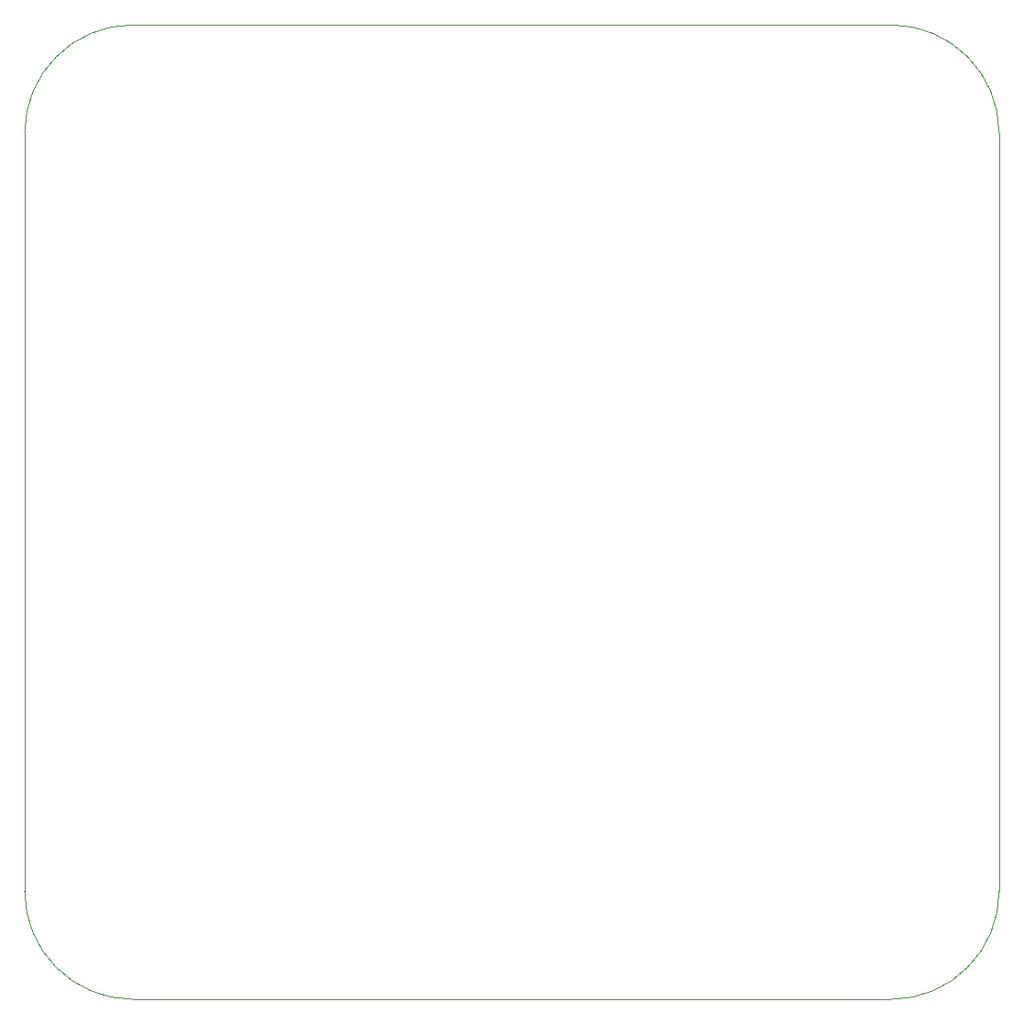
<source format=gm1>
G04 #@! TF.GenerationSoftware,KiCad,Pcbnew,(5.1.8)-1*
G04 #@! TF.CreationDate,2021-04-18T14:37:25+02:00*
G04 #@! TF.ProjectId,Coaster_LiPo,436f6173-7465-4725-9f4c-69506f2e6b69,D*
G04 #@! TF.SameCoordinates,Original*
G04 #@! TF.FileFunction,Profile,NP*
%FSLAX46Y46*%
G04 Gerber Fmt 4.6, Leading zero omitted, Abs format (unit mm)*
G04 Created by KiCad (PCBNEW (5.1.8)-1) date 2021-04-18 14:37:25*
%MOMM*%
%LPD*%
G01*
G04 APERTURE LIST*
G04 #@! TA.AperFunction,Profile*
%ADD10C,0.050000*%
G04 #@! TD*
G04 APERTURE END LIST*
D10*
X55000000Y-140000000D02*
G75*
G02*
X45000000Y-130000000I0J10000000D01*
G01*
X135000000Y-130000000D02*
G75*
G02*
X125000000Y-140000000I-10000000J0D01*
G01*
X125000000Y-50000000D02*
G75*
G02*
X135000000Y-60000000I0J-10000000D01*
G01*
X135000000Y-60000000D02*
X135000000Y-130000000D01*
X55000000Y-140000000D02*
X125000000Y-140000000D01*
X55000000Y-50000000D02*
X125000000Y-50000000D01*
X45000000Y-60000000D02*
G75*
G02*
X55000000Y-50000000I10000000J0D01*
G01*
X45000000Y-60000000D02*
X45000000Y-130000000D01*
M02*

</source>
